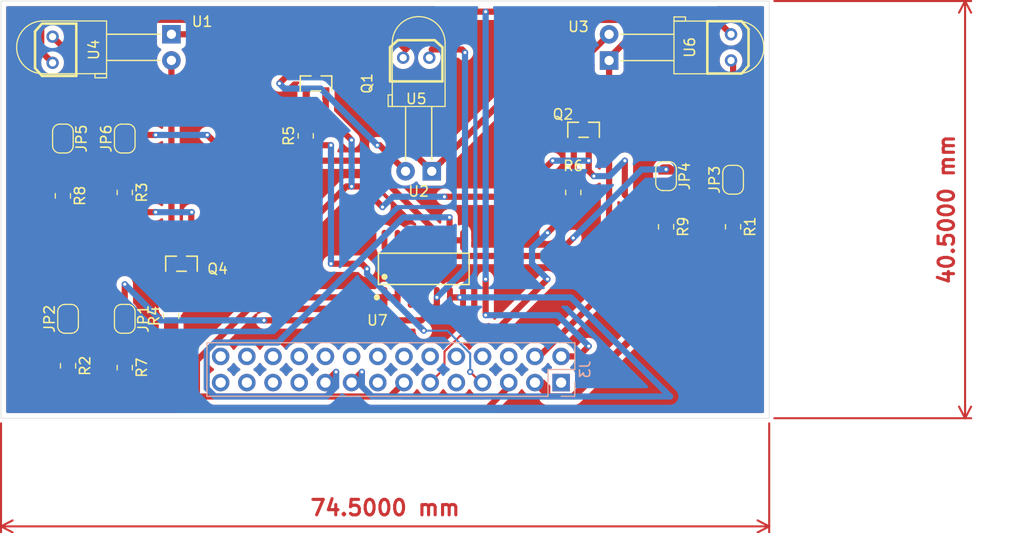
<source format=kicad_pcb>
(kicad_pcb (version 20240108) (generator "pcbnew") (generator_version "8.0")
  (layers (0 "F.Cu" signal) (31 "B.Cu" signal) (34 "B.Paste" user) (35 "F.Paste" user) (36 "B.SilkS" user "B.Silkscreen") (37 "F.SilkS" user "F.Silkscreen") (38 "B.Mask" user) (39 "F.Mask" user) (44 "Edge.Cuts" user))
  (net 0 "")
  (net 1 "PA3")
  (net 2 "Batt")
  (net 3 "GND")
  (net 12 "PA6")
  (net 17 "3V3")
  (net 19 "PA4")
  (net 20 "PA7")
  (net 21 "PC4")
  (net 26 "PA5")
  (net 29 "Net-(JP1-B)")
  (net 30 "RIGHT")
  (net 31 "Net-(JP2-A)")
  (net 32 "LEFT")
  (net 33 "Net-(JP3-A)")
  (net 34 "Net-(JP4-B)")
  (net 35 "Net-(JP5-B)")
  (net 36 "FRONT")
  (net 37 "Net-(JP6-A)")
  (net 38 "Net-(Q1-C)")
  (net 39 "Net-(Q1-B)")
  (net 40 "Net-(Q2-C)")
  (net 41 "Net-(Q2-B)")
  (net 42 "Net-(Q4-B)")
  (net 43 "Net-(Q4-C)")
  (footprint "Transistor_Power_Module:SOT-23-3_L2.9-W1.3-P1.90-LS2.4-BR" (layer "F.Cu") (at 130 88 -90)
    (property "Reference" "Q4" (at 0.5 -3.5 180) (layer "F.SilkS"))
    (property "Value" "MMBT2222A_C8512")
    (pad "1" smd rect (at 1 0.95 270) (size 1.25 0.7) (layers "F.Cu" "F.Paste" "F.Mask") (net 42 "Net-(Q4-B)"))
    (pad "2" smd rect (at 1 -0.95 270) (size 1.25 0.7) (layers "F.Cu" "F.Paste" "F.Mask") (net 3 "GND"))
    (pad "3" smd rect (at -1 0 270) (size 1.25 0.7) (layers "F.Cu" "F.Paste" "F.Mask") (net 43 "Net-(Q4-C)"))
  )
  (footprint "Resistor_SMD:R_0805_2012Metric" (layer "F.Cu") (at 183.5 84.4125 -90)
    (property "Reference" "R1" (at 0 -1.65 90) (layer "F.SilkS"))
    (property "Value" "1M")
    (pad "1" smd roundrect (at -0.9125 0 270) (size 1.025 1.4) (layers "F.Cu" "F.Paste" "F.Mask") (roundrect_rratio 0.243902439) (net 33 "Net-(JP3-A)"))
    (pad "2" smd roundrect (at 0.9125 0 270) (size 1.025 1.4) (layers "F.Cu" "F.Paste" "F.Mask") (roundrect_rratio 0.243902439) (net 3 "GND"))
  )
  (footprint "Resistor_SMD:R_0805_2012Metric" (layer "F.Cu") (at 124.5 98.0875 -90)
    (property "Reference" "R7" (at 0 -1.65 90) (layer "F.SilkS"))
    (property "Value" "2.2M")
    (pad "1" smd roundrect (at -0.9125 0 270) (size 1.025 1.4) (layers "F.Cu" "F.Paste" "F.Mask") (roundrect_rratio 0.243902439) (net 29 "Net-(JP1-B)"))
    (pad "2" smd roundrect (at 0.9125 0 270) (size 1.025 1.4) (layers "F.Cu" "F.Paste" "F.Mask") (roundrect_rratio 0.243902439) (net 3 "GND"))
  )
  (footprint "LED_THT:LED_D5.0mm_Horizontal_O6.35mm_Z15.0mm" (layer "F.Cu") (at 129.025 65.725 -90)
    (property "Reference" "U1" (at -1.225 -2.975 180) (layer "F.SilkS"))
    (property "Value" "SFH 4544")
    (pad "1" thru_hole rect (at 0 0 270) (size 1.8 1.8) (drill 0.9) (layers "*.Cu" "*.Mask") (net 2 "Batt"))
    (pad "2" thru_hole circle (at 2.54 0 270) (size 1.8 1.8) (drill 0.9) (layers "*.Cu" "*.Mask") (net 43 "Net-(Q4-C)"))
  )
  (footprint "Transistor_Power_Module:SOT-23-3_L2.9-W1.3-P1.90-LS2.4-BR" (layer "F.Cu") (at 143.05 70.5 -90)
    (property "Reference" "Q1" (at 0 -4.95 90) (layer "F.SilkS"))
    (property "Value" "MMBT2222A_C8512")
    (pad "1" smd rect (at 1 0.95 270) (size 1.25 0.7) (layers "F.Cu" "F.Paste" "F.Mask") (net 39 "Net-(Q1-B)"))
    (pad "2" smd rect (at 1 -0.95 270) (size 1.25 0.7) (layers "F.Cu" "F.Paste" "F.Mask") (net 3 "GND"))
    (pad "3" smd rect (at -1 0 270) (size 1.25 0.7) (layers "F.Cu" "F.Paste" "F.Mask") (net 38 "Net-(Q1-C)"))
  )
  (footprint "Resistor_SMD:R_0805_2012Metric" (layer "F.Cu") (at 177 84.4125 -90)
    (property "Reference" "R9" (at 0 -1.65 90) (layer "F.SilkS"))
    (property "Value" "2.2M")
    (pad "1" smd roundrect (at -0.9125 0 270) (size 1.025 1.4) (layers "F.Cu" "F.Paste" "F.Mask") (roundrect_rratio 0.243902439) (net 34 "Net-(JP4-B)"))
    (pad "2" smd roundrect (at 0.9125 0 270) (size 1.025 1.4) (layers "F.Cu" "F.Paste" "F.Mask") (roundrect_rratio 0.243902439) (net 3 "GND"))
  )
  (footprint "Resistor_SMD:R_0805_2012Metric" (layer "F.Cu") (at 168 81.0875 90)
    (property "Reference" "R6" (at 2.5875 0 0) (layer "F.SilkS"))
    (property "Value" "6.8k")
    (pad "1" smd roundrect (at -0.9125 0 90) (size 1.025 1.4) (layers "F.Cu" "F.Paste" "F.Mask") (roundrect_rratio 0.243902439) (net 26 "PA5"))
    (pad "2" smd roundrect (at 0.9125 0 90) (size 1.025 1.4) (layers "F.Cu" "F.Paste" "F.Mask") (roundrect_rratio 0.243902439) (net 41 "Net-(Q2-B)"))
  )
  (footprint "Sensor:SENSOR-TH_BPW41N" (layer "F.Cu") (at 152.77 67.8 180)
    (property "Reference" "U5" (at 0 -4.2 180) (layer "F.SilkS"))
    (property "Value" "BPW41N")
    (pad "1" thru_hole circle (at -1.27 -0.2 180) (size 1.2 1.2) (drill 0.700024) (layers "*.Cu" "*.Mask") (net 30 "RIGHT"))
    (pad "2" thru_hole circle (at 1.27 -0.2 180) (size 1.2 1.2) (drill 0.700024) (layers "*.Cu" "*.Mask") (net 17 "3V3"))
  )
  (footprint "Resistor_SMD:R_0805_2012Metric" (layer "F.Cu") (at 119 97.9125 -90)
    (property "Reference" "R2" (at 0 -1.65 90) (layer "F.SilkS"))
    (property "Value" "1M")
    (pad "1" smd roundrect (at -0.9125 0 270) (size 1.025 1.4) (layers "F.Cu" "F.Paste" "F.Mask") (roundrect_rratio 0.243902439) (net 31 "Net-(JP2-A)"))
    (pad "2" smd roundrect (at 0.9125 0 270) (size 1.025 1.4) (layers "F.Cu" "F.Paste" "F.Mask") (roundrect_rratio 0.243902439) (net 3 "GND"))
  )
  (footprint "Resistor_SMD:R_0805_2012Metric" (layer "F.Cu") (at 129 93.0875 90)
    (property "Reference" "R4" (at 0 -1.65 -90) (layer "F.SilkS"))
    (property "Value" "6.8k")
    (pad "1" smd roundrect (at -0.9125 0 90) (size 1.025 1.4) (layers "F.Cu" "F.Paste" "F.Mask") (roundrect_rratio 0.243902439) (net 1 "PA3"))
    (pad "2" smd roundrect (at 0.9125 0 90) (size 1.025 1.4) (layers "F.Cu" "F.Paste" "F.Mask") (roundrect_rratio 0.243902439) (net 42 "Net-(Q4-B)"))
  )
  (footprint "Resistor_SMD:R_0805_2012Metric" (layer "F.Cu") (at 142.05 75.5875 90)
    (property "Reference" "R5" (at 0 -1.65 -90) (layer "F.SilkS"))
    (property "Value" "6.8k")
    (pad "1" smd roundrect (at -0.9125 0 90) (size 1.025 1.4) (layers "F.Cu" "F.Paste" "F.Mask") (roundrect_rratio 0.243902439) (net 19 "PA4"))
    (pad "2" smd roundrect (at 0.9125 0 90) (size 1.025 1.4) (layers "F.Cu" "F.Paste" "F.Mask") (roundrect_rratio 0.243902439) (net 39 "Net-(Q1-B)"))
  )
  (footprint "Transistor_Power_Module:SOT-23-3_L2.9-W1.3-P1.90-LS2.4-BR" (layer "F.Cu") (at 169 75 -90)
    (property "Reference" "Q2" (at -1.5 2 180) (layer "F.SilkS"))
    (property "Value" "MMBT2222A_C8512")
    (pad "1" smd rect (at 1 0.95 270) (size 1.25 0.7) (layers "F.Cu" "F.Paste" "F.Mask") (net 41 "Net-(Q2-B)"))
    (pad "2" smd rect (at 1 -0.95 270) (size 1.25 0.7) (layers "F.Cu" "F.Paste" "F.Mask") (net 3 "GND"))
    (pad "3" smd rect (at -1 0 270) (size 1.25 0.7) (layers "F.Cu" "F.Paste" "F.Mask") (net 40 "Net-(Q2-C)"))
  )
  (footprint "Sensor:SENSOR-TH_BPW41N" (layer "F.Cu") (at 183.5 67 90)
    (property "Reference" "U6" (at 0 -4.2 -90) (layer "F.SilkS"))
    (property "Value" "BPW41N")
    (pad "1" thru_hole circle (at -1.27 -0.2 90) (size 1.2 1.2) (drill 0.700024) (layers "*.Cu" "*.Mask") (net 32 "LEFT"))
    (pad "2" thru_hole circle (at 1.27 -0.2 90) (size 1.2 1.2) (drill 0.700024) (layers "*.Cu" "*.Mask") (net 17 "3V3"))
  )
  (footprint "LED_THT:LED_D5.0mm_Horizontal_O6.35mm_Z15.0mm" (layer "F.Cu") (at 154.275 79.025 180)
    (property "Reference" "U2" (at 1.27 -1.96 180) (layer "F.SilkS"))
    (property "Value" "SFH 4544")
    (pad "1" thru_hole rect (at 0 0 180) (size 1.8 1.8) (drill 0.9) (layers "*.Cu" "*.Mask") (net 2 "Batt"))
    (pad "2" thru_hole circle (at 2.54 0 180) (size 1.8 1.8) (drill 0.9) (layers "*.Cu" "*.Mask") (net 38 "Net-(Q1-C)"))
  )
  (footprint "Jumper:SolderJumper-2_P1.3mm_Open_RoundedPad1.0x1.5mm" (layer "F.Cu") (at 177 79.5 -90)
    (property "Reference" "JP4" (at 0 -1.8 -90) (layer "F.SilkS"))
    (property "Value" "Jumper_2_Open")
    (pad "1" smd custom (at -0.65 0 270) (size 1 0.5) (layers "F.Cu" "F.Mask") (net 32 "LEFT") (options (clearance outline) (anchor rect)) (primitives (gr_circle (center 0 0.25) (end 0.5 0.25) (width 0) (fill yes)) (gr_circle (center 0 -0.25) (end 0.5 -0.25) (width 0) (fill yes)) (gr_poly (pts (xy 0.5 0.75) (xy 0 0.75) (xy 0 -0.75) (xy 0.5 -0.75)) (width 0) (fill yes))))
    (pad "2" smd custom (at 0.65 0 270) (size 1 0.5) (layers "F.Cu" "F.Mask") (net 34 "Net-(JP4-B)") (options (clearance outline) (anchor rect)) (primitives (gr_circle (center 0 0.25) (end 0.5 0.25) (width 0) (fill yes)) (gr_circle (center 0 -0.25) (end 0.5 -0.25) (width 0) (fill yes)) (gr_poly (pts (xy 0 0.75) (xy -0.5 0.75) (xy -0.5 -0.75) (xy 0 -0.75)) (width 0) (fill yes))))
  )
  (footprint "Resistor_SMD:R_0805_2012Metric" (layer "F.Cu") (at 124.5 81.0875 -90)
    (property "Reference" "R3" (at 0 -1.65 90) (layer "F.SilkS"))
    (property "Value" "1M")
    (pad "1" smd roundrect (at -0.9125 0 270) (size 1.025 1.4) (layers "F.Cu" "F.Paste" "F.Mask") (roundrect_rratio 0.243902439) (net 37 "Net-(JP6-A)"))
    (pad "2" smd roundrect (at 0.9125 0 270) (size 1.025 1.4) (layers "F.Cu" "F.Paste" "F.Mask") (roundrect_rratio 0.243902439) (net 3 "GND"))
  )
  (footprint "Jumper:SolderJumper-2_P1.3mm_Open_RoundedPad1.0x1.5mm" (layer "F.Cu") (at 118.5 75.85 -90)
    (property "Reference" "JP5" (at 0 -1.8 -90) (layer "F.SilkS"))
    (property "Value" "Jumper_2_Open")
    (pad "1" smd custom (at -0.65 0 270) (size 1 0.5) (layers "F.Cu" "F.Mask") (net 36 "FRONT") (options (clearance outline) (anchor rect)) (primitives (gr_circle (center 0 0.25) (end 0.5 0.25) (width 0) (fill yes)) (gr_circle (center 0 -0.25) (end 0.5 -0.25) (width 0) (fill yes)) (gr_poly (pts (xy 0.5 0.75) (xy 0 0.75) (xy 0 -0.75) (xy 0.5 -0.75)) (width 0) (fill yes))))
    (pad "2" smd custom (at 0.65 0 270) (size 1 0.5) (layers "F.Cu" "F.Mask") (net 35 "Net-(JP5-B)") (options (clearance outline) (anchor rect)) (primitives (gr_circle (center 0 0.25) (end 0.5 0.25) (width 0) (fill yes)) (gr_circle (center 0 -0.25) (end 0.5 -0.25) (width 0) (fill yes)) (gr_poly (pts (xy 0 0.75) (xy -0.5 0.75) (xy -0.5 -0.75) (xy 0 -0.75)) (width 0) (fill yes))))
  )
  (footprint "Resistor_SMD:R_0805_2012Metric" (layer "F.Cu") (at 118.5 81.4125 -90)
    (property "Reference" "R8" (at 0 -1.65 90) (layer "F.SilkS"))
    (property "Value" "2.2M")
    (pad "1" smd roundrect (at -0.9125 0 270) (size 1.025 1.4) (layers "F.Cu" "F.Paste" "F.Mask") (roundrect_rratio 0.243902439) (net 35 "Net-(JP5-B)"))
    (pad "2" smd roundrect (at 0.9125 0 270) (size 1.025 1.4) (layers "F.Cu" "F.Paste" "F.Mask") (roundrect_rratio 0.243902439) (net 3 "GND"))
  )
  (footprint "LED_THT:LED_D5.0mm_Horizontal_O6.35mm_Z15.0mm" (layer "F.Cu") (at 171.475 68.275 90)
    (property "Reference" "U3" (at 3.275 -2.975 0) (layer "F.SilkS"))
    (property "Value" "SFH 4544")
    (pad "1" thru_hole rect (at 0 0 90) (size 1.8 1.8) (drill 0.9) (layers "*.Cu" "*.Mask") (net 2 "Batt"))
    (pad "2" thru_hole circle (at 2.54 0 90) (size 1.8 1.8) (drill 0.9) (layers "*.Cu" "*.Mask") (net 40 "Net-(Q2-C)"))
  )
  (footprint "Jumper:SolderJumper-2_P1.3mm_Open_RoundedPad1.0x1.5mm" (layer "F.Cu") (at 119 93.35 90)
    (property "Reference" "JP2" (at 0 -1.8 90) (layer "F.SilkS"))
    (property "Value" "Jumper_2_Open")
    (pad "1" smd custom (at -0.65 0 90) (size 1 0.5) (layers "F.Cu" "F.Mask") (net 31 "Net-(JP2-A)") (options (clearance outline) (anchor rect)) (primitives (gr_circle (center 0 0.25) (end 0.5 0.25) (width 0) (fill yes)) (gr_circle (center 0 -0.25) (end 0.5 -0.25) (width 0) (fill yes)) (gr_poly (pts (xy 0.5 0.75) (xy 0 0.75) (xy 0 -0.75) (xy 0.5 -0.75)) (width 0) (fill yes))))
    (pad "2" smd custom (at 0.65 0 90) (size 1 0.5) (layers "F.Cu" "F.Mask") (net 30 "RIGHT") (options (clearance outline) (anchor rect)) (primitives (gr_circle (center 0 0.25) (end 0.5 0.25) (width 0) (fill yes)) (gr_circle (center 0 -0.25) (end 0.5 -0.25) (width 0) (fill yes)) (gr_poly (pts (xy 0 0.75) (xy -0.5 0.75) (xy -0.5 -0.75) (xy 0 -0.75)) (width 0) (fill yes))))
  )
  (footprint "Library:SOIC-14_L8.7-W3.9-P1.27-LS6.0-BL" (layer "F.Cu") (at 153.5 88.5)
    (property "Reference" "U7" (at -4.5 5 0) (layer "F.SilkS"))
    (property "Value" "LM324DT")
    (pad "1" smd oval (at -3.81 2.77) (size 0.57 2.04) (layers "F.Cu" "F.Paste" "F.Mask") (net 12 "PA6"))
    (pad "2" smd oval (at -2.54 2.77) (size 0.57 2.04) (layers "F.Cu" "F.Paste" "F.Mask") (net 12 "PA6"))
    (pad "3" smd oval (at -1.27 2.77) (size 0.57 2.04) (layers "F.Cu" "F.Paste" "F.Mask") (net 32 "LEFT"))
    (pad "4" smd oval (at 0 2.77) (size 0.57 2.04) (layers "F.Cu" "F.Paste" "F.Mask"))
    (pad "5" smd oval (at 1.27 2.77) (size 0.57 2.04) (layers "F.Cu" "F.Paste" "F.Mask") (net 30 "RIGHT"))
    (pad "6" smd oval (at 2.54 2.77) (size 0.57 2.04) (layers "F.Cu" "F.Paste" "F.Mask") (net 20 "PA7"))
    (pad "7" smd oval (at 3.81 2.77) (size 0.57 2.04) (layers "F.Cu" "F.Paste" "F.Mask") (net 20 "PA7"))
    (pad "8" smd oval (at 3.81 -2.77) (size 0.57 2.04) (layers "F.Cu" "F.Paste" "F.Mask") (net 21 "PC4"))
    (pad "9" smd oval (at 2.54 -2.77) (size 0.57 2.04) (layers "F.Cu" "F.Paste" "F.Mask") (net 21 "PC4"))
    (pad "10" smd oval (at 1.27 -2.77) (size 0.57 2.04) (layers "F.Cu" "F.Paste" "F.Mask") (net 36 "FRONT"))
    (pad "11" smd oval (at 0 -2.77) (size 0.57 2.04) (layers "F.Cu" "F.Paste" "F.Mask"))
    (pad "12" smd oval (at -1.27 -2.77) (size 0.57 2.04) (layers "F.Cu" "F.Paste" "F.Mask"))
    (pad "13" smd oval (at -2.54 -2.77) (size 0.57 2.04) (layers "F.Cu" "F.Paste" "F.Mask"))
    (pad "14" smd oval (at -3.81 -2.77) (size 0.57 2.04) (layers "F.Cu" "F.Paste" "F.Mask"))
  )
  (footprint "Jumper:SolderJumper-2_P1.3mm_Open_RoundedPad1.0x1.5mm" (layer "F.Cu") (at 183.5 79.85 90)
    (property "Reference" "JP3" (at 0 -1.8 90) (layer "F.SilkS"))
    (property "Value" "Jumper_2_Open")
    (pad "1" smd custom (at -0.65 0 90) (size 1 0.5) (layers "F.Cu" "F.Mask") (net 33 "Net-(JP3-A)") (options (clearance outline) (anchor rect)) (primitives (gr_circle (center 0 0.25) (end 0.5 0.25) (width 0) (fill yes)) (gr_circle (center 0 -0.25) (end 0.5 -0.25) (width 0) (fill yes)) (gr_poly (pts (xy 0.5 0.75) (xy 0 0.75) (xy 0 -0.75) (xy 0.5 -0.75)) (width 0) (fill yes))))
    (pad "2" smd custom (at 0.65 0 90) (size 1 0.5) (layers "F.Cu" "F.Mask") (net 32 "LEFT") (options (clearance outline) (anchor rect)) (primitives (gr_circle (center 0 0.25) (end 0.5 0.25) (width 0) (fill yes)) (gr_circle (center 0 -0.25) (end 0.5 -0.25) (width 0) (fill yes)) (gr_poly (pts (xy 0 0.75) (xy -0.5 0.75) (xy -0.5 -0.75) (xy 0 -0.75)) (width 0) (fill yes))))
  )
  (footprint "Jumper:SolderJumper-2_P1.3mm_Open_RoundedPad1.0x1.5mm" (layer "F.Cu") (at 124.5 75.85 90)
    (property "Reference" "JP6" (at 0 -1.8 90) (layer "F.SilkS"))
    (property "Value" "Jumper_2_Open")
    (pad "1" smd custom (at -0.65 0 90) (size 1 0.5) (layers "F.Cu" "F.Mask") (net 37 "Net-(JP6-A)") (options (clearance outline) (anchor rect)) (primitives (gr_circle (center 0 0.25) (end 0.5 0.25) (width 0) (fill yes)) (gr_circle (center 0 -0.25) (end 0.5 -0.25) (width 0) (fill yes)) (gr_poly (pts (xy 0.5 0.75) (xy 0 0.75) (xy 0 -0.75) (xy 0.5 -0.75)) (width 0) (fill yes))))
    (pad "2" smd custom (at 0.65 0 90) (size 1 0.5) (layers "F.Cu" "F.Mask") (net 36 "FRONT") (options (clearance outline) (anchor rect)) (primitives (gr_circle (center 0 0.25) (end 0.5 0.25) (width 0) (fill yes)) (gr_circle (center 0 -0.25) (end 0.5 -0.25) (width 0) (fill yes)) (gr_poly (pts (xy 0 0.75) (xy -0.5 0.75) (xy -0.5 -0.75) (xy 0 -0.75)) (width 0) (fill yes))))
  )
  (footprint "Sensor:SENSOR-TH_BPW41N" (layer "F.Cu") (at 117.3 67.23 -90)
    (property "Reference" "U4" (at 0 -4.2 90) (layer "F.SilkS"))
    (property "Value" "BPW41N")
    (pad "1" thru_hole circle (at -1.27 -0.2 270) (size 1.2 1.2) (drill 0.700024) (layers "*.Cu" "*.Mask") (net 36 "FRONT"))
    (pad "2" thru_hole circle (at 1.27 -0.2 270) (size 1.2 1.2) (drill 0.700024) (layers "*.Cu" "*.Mask") (net 17 "3V3"))
  )
  (footprint "Jumper:SolderJumper-2_P1.3mm_Open_RoundedPad1.0x1.5mm" (layer "F.Cu") (at 124.5 93.35 -90)
    (property "Reference" "JP1" (at 0 -1.8 -90) (layer "F.SilkS"))
    (property "Value" "Jumper_2_Open")
    (pad "1" smd custom (at -0.65 0 270) (size 1 0.5) (layers "F.Cu" "F.Mask") (net 30 "RIGHT") (options (clearance outline) (anchor rect)) (primitives (gr_circle (center 0 0.25) (end 0.5 0.25) (width 0) (fill yes)) (gr_circle (center 0 -0.25) (end 0.5 -0.25) (width 0) (fill yes)) (gr_poly (pts (xy 0.5 0.75) (xy 0 0.75) (xy 0 -0.75) (xy 0.5 -0.75)) (width 0) (fill yes))))
    (pad "2" smd custom (at 0.65 0 270) (size 1 0.5) (layers "F.Cu" "F.Mask") (net 29 "Net-(JP1-B)") (options (clearance outline) (anchor rect)) (primitives (gr_circle (center 0 0.25) (end 0.5 0.25) (width 0) (fill yes)) (gr_circle (center 0 -0.25) (end 0.5 -0.25) (width 0) (fill yes)) (gr_poly (pts (xy 0 0.75) (xy -0.5 0.75) (xy -0.5 -0.75) (xy 0 -0.75)) (width 0) (fill yes))))
  )
  (footprint "Connector_PinHeader_2.54mm:PinHeader_2x14_P2.54mm_Vertical" (layer "B.Cu") (at 166.82 99.54 90)
    (property "Reference" "J3" (at 1.27 2.33 -90) (layer "B.SilkS") (effects (justify mirror)))
    (property "Value" "Conn_02x14_Odd_Even")
    (pad "1" thru_hole rect (at 0 0 90) (size 1.7 1.7) (drill 1) (layers "*.Cu" "*.Mask"))
    (pad "2" thru_hole oval (at 2.54 0 90) (size 1.7 1.7) (drill 1) (layers "*.Cu" "*.Mask") (net 17 "3V3"))
    (pad "3" thru_hole oval (at 0 -2.54 90) (size 1.7 1.7) (drill 1) (layers "*.Cu" "*.Mask") (net 3 "GND"))
    (pad "4" thru_hole oval (at 2.54 -2.54 90) (size 1.7 1.7) (drill 1) (layers "*.Cu" "*.Mask") (net 2 "Batt"))
    (pad "5" thru_hole oval (at 0 -5.08 90) (size 1.7 1.7) (drill 1) (layers "*.Cu" "*.Mask") (net 1 "PA3"))
    (pad "6" thru_hole oval (at 2.54 -5.08 90) (size 1.7 1.7) (drill 1) (layers "*.Cu" "*.Mask"))
    (pad "7" thru_hole oval (at 0 -7.62 90) (size 1.7 1.7) (drill 1) (layers "*.Cu" "*.Mask") (net 19 "PA4"))
    (pad "8" thru_hole oval (at 2.54 -7.62 90) (size 1.7 1.7) (drill 1) (layers "*.Cu" "*.Mask"))
    (pad "9" thru_hole oval (at 0 -10.16 90) (size 1.7 1.7) (drill 1) (layers "*.Cu" "*.Mask"))
    (pad "10" thru_hole oval (at 2.54 -10.16 90) (size 1.7 1.7) (drill 1) (layers "*.Cu" "*.Mask"))
    (pad "11" thru_hole oval (at 0 -12.7 90) (size 1.7 1.7) (drill 1) (layers "*.Cu" "*.Mask") (net 26 "PA5"))
    (pad "12" thru_hole oval (at 2.54 -12.7 90) (size 1.7 1.7) (drill 1) (layers "*.Cu" "*.Mask"))
    (pad "13" thru_hole oval (at 0 -15.24 90) (size 1.7 1.7) (drill 1) (layers "*.Cu" "*.Mask") (net 12 "PA6"))
    (pad "14" thru_hole oval (at 2.54 -15.24 90) (size 1.7 1.7) (drill 1) (layers "*.Cu" "*.Mask"))
    (pad "15" thru_hole oval (at 0 -17.78 90) (size 1.7 1.7) (drill 1) (layers "*.Cu" "*.Mask"))
    (pad "16" thru_hole oval (at 2.54 -17.78 90) (size 1.7 1.7) (drill 1) (layers "*.Cu" "*.Mask"))
    (pad "17" thru_hole oval (at 0 -20.32 90) (size 1.7 1.7) (drill 1) (layers "*.Cu" "*.Mask") (net 20 "PA7"))
    (pad "18" thru_hole oval (at 2.54 -20.32 90) (size 1.7 1.7) (drill 1) (layers "*.Cu" "*.Mask"))
    (pad "19" thru_hole oval (at 0 -22.86 90) (size 1.7 1.7) (drill 1) (layers "*.Cu" "*.Mask") (net 21 "PC4"))
    (pad "20" thru_hole oval (at 2.54 -22.86 90) (size 1.7 1.7) (drill 1) (layers "*.Cu" "*.Mask"))
    (pad "21" thru_hole oval (at 0 -25.4 90) (size 1.7 1.7) (drill 1) (layers "*.Cu" "*.Mask"))
    (pad "22" thru_hole oval (at 2.54 -25.4 90) (size 1.7 1.7) (drill 1) (layers "*.Cu" "*.Mask"))
    (pad "23" thru_hole oval (at 0 -27.94 90) (size 1.7 1.7) (drill 1) (layers "*.Cu" "*.Mask"))
    (pad "24" thru_hole oval (at 2.54 -27.94 90) (size 1.7 1.7) (drill 1) (layers "*.Cu" "*.Mask"))
    (pad "25" thru_hole oval (at 0 -30.48 90) (size 1.7 1.7) (drill 1) (layers "*.Cu" "*.Mask"))
    (pad "26" thru_hole oval (at 2.54 -30.48 90) (size 1.7 1.7) (drill 1) (layers "*.Cu" "*.Mask"))
    (pad "27" thru_hole oval (at 0 -33.02 90) (size 1.7 1.7) (drill 1) (layers "*.Cu" "*.Mask"))
    (pad "28" thru_hole oval (at 2.54 -33.02 90) (size 1.7 1.7) (drill 1) (layers "*.Cu" "*.Mask"))
  )
  (gr_rect (start 112.5 62.5) (end 187 103) (stroke (width 0.05)) (fill none) (layer "Edge.Cuts"))
  (dimension (type aligned) (layer "F.Cu") (pts (xy 112.5 103) (xy 187 103)) (height 10.5) (gr_text "74.5000 mm" (at 149.75 111.7 0) (layer "F.Cu") (effects (font (size 1.5 1.5) (thickness 0.3)))) (format (prefix "") (suffix "") (units 3) (units_format 1) (precision 4)) (style (thickness 0.2) (arrow_length 1.27) (text_position_mode 0) (extension_height 0.58642) (extension_offset 0.5) keep_text_aligned))
  (dimension (type aligned) (layer "F.Cu") (pts (xy 187 62.5) (xy 187 103)) (height -19) (gr_text "40.5000 mm" (at 204.2 82.75 90) (layer "F.Cu") (effects (font (size 1.5 1.5) (thickness 0.3)))) (format (prefix "") (suffix "") (units 3) (units_format 1) (precision 4)) (style (thickness 0.2) (arrow_length 1.27) (text_position_mode 0) (extension_height 0.58642) (extension_offset 0.5) keep_text_aligned))
  (segment (start 159.7 102) (end 130.5 102) (width 0.6) (layer "F.Cu") (net 1))
  (segment (start 129 100.5) (end 129 94) (width 0.6) (layer "F.Cu") (net 1))
  (segment (start 161.7 100) (end 159.7 102) (width 0.6) (layer "F.Cu") (net 1))
  (segment (start 130.5 102) (end 129 100.5) (width 0.6) (layer "F.Cu") (net 1))
  (segment (start 174.5 65) (end 171.475 68.025) (width 0.6) (layer "F.Cu") (net 2))
  (segment (start 129.025 65.725) (end 140.975 65.725) (width 0.6) (layer "F.Cu") (net 2))
  (segment (start 171.475 68.275) (end 171.475 90.225) (width 0.6) (layer "F.Cu") (net 2))
  (segment (start 171.475 90.225) (end 164.24 97.46) (width 0.6) (layer "F.Cu") (net 2))
  (segment (start 168.965 64.335) (end 173.835 64.335) (width 0.6) (layer "F.Cu") (net 2))
  (segment (start 173.835 64.335) (end 174.5 65) (width 0.6) (layer "F.Cu") (net 2))
  (segment (start 171.475 68.025) (end 171.475 68.275) (width 0.6) (layer "F.Cu") (net 2))
  (segment (start 154.275 79.025) (end 168.965 64.335) (width 0.6) (layer "F.Cu") (net 2))
  (segment (start 140.975 65.725) (end 154.275 79.025) (width 0.6) (layer "F.Cu") (net 2))
  (segment (start 115.675 98.825) (end 119 98.825) (width 0.6) (layer "F.Cu") (net 3))
  (segment (start 169.5 76.45) (end 169.95 76) (width 0.6) (layer "F.Cu") (net 3))
  (segment (start 146.5 80.5) (end 147.5 80.5) (width 0.6) (layer "F.Cu") (net 3))
  (segment (start 124.5 99) (end 119.175 99) (width 0.6) (layer "F.Cu") (net 3))
  (segment (start 164.28 99.54) (end 165.63 100.89) (width 0.6) (layer "F.Cu") (net 3))
  (segment (start 165.63 100.89) (end 167.935 100.89) (width 0.6) (layer "F.Cu") (net 3))
  (segment (start 137.5 89) (end 130.95 89) (width 0.6) (layer "F.Cu") (net 3))
  (segment (start 169.5 78) (end 169.5 79) (width 0.6) (layer "F.Cu") (net 3))
  (segment (start 115.5 84.5) (end 115.5 99) (width 0.6) (layer "F.Cu") (net 3))
  (segment (start 124.5 82) (end 124 82) (width 0.6) (layer "F.Cu") (net 3))
  (segment (start 116.925 83.075) (end 115.5 84.5) (width 0.6) (layer "F.Cu") (net 3))
  (segment (start 146 80.5) (end 137.5 89) (width 0.6) (layer "F.Cu") (net 3))
  (segment (start 169.5 79) (end 170 79.5) (width 0.6) (layer "F.Cu") (net 3))
  (segment (start 144 73.5) (end 146.5 76) (width 0.6) (layer "F.Cu") (net 3))
  (segment (start 177 92) (end 177 85.325) (width 0.6) (layer "F.Cu") (net 3))
  (segment (start 115.5 99) (end 115.675 98.825) (width 0.6) (layer "F.Cu") (net 3))
  (segment (start 162.5 81.5) (end 166 78) (width 0.6) (layer "F.Cu") (net 3))
  (segment (start 146.5 80.5) (end 146 80.5) (width 0.6) (layer "F.Cu") (net 3))
  (segment (start 169.5 78) (end 169.5 76.45) (width 0.6) (layer "F.Cu") (net 3))
  (segment (start 144 71.5) (end 144 73.5) (width 0.6) (layer "F.Cu") (net 3))
  (segment (start 117.75 83.075) (end 116.925 83.075) (width 0.6) (layer "F.Cu") (net 3))
  (segment (start 168.11 100.89) (end 177 92) (width 0.6) (layer "F.Cu") (net 3))
  (segment (start 164.28 99.54) (end 165.04 99.54) (width 0.6) (layer "F.Cu") (net 3))
  (segment (start 130.95 89) (end 130.95 83.05) (width 0.6) (layer "F.Cu") (net 3))
  (segment (start 165.47 100.89) (end 168.11 100.89) (width 0.6) (layer "F.Cu") (net 3))
  (segment (start 167.935 100.89) (end 183.5 85.325) (width 0.6) (layer "F.Cu") (net 3))
  (segment (start 147.5 80.5) (end 149.5 82.5) (width 0.6) (layer "F.Cu") (net 3))
  (segment (start 173 81.325) (end 177 85.325) (width 0.6) (layer "F.Cu") (net 3))
  (segment (start 165.47 99.97) (end 165.47 100.89) (width 0.6) (layer "F.Cu") (net 3))
  (segment (start 119.175 99) (end 119 98.825) (width 0.6) (layer "F.Cu") (net 3))
  (segment (start 165.04 99.54) (end 165.47 99.97) (width 0.6) (layer "F.Cu") (net 3))
  (segment (start 155.5 81.5) (end 162.5 81.5) (width 0.6) (layer "F.Cu") (net 3))
  (segment (start 118.5 82.325) (end 117.75 83.075) (width 0.6) (layer "F.Cu") (net 3))
  (segment (start 123.675 82.325) (end 118.5 82.325) (width 0.6) (layer "F.Cu") (net 3))
  (segment (start 124 82) (end 123.675 82.325) (width 0.6) (layer "F.Cu") (net 3))
  (segment (start 130.95 83.05) (end 131 83) (width 0.6) (layer "F.Cu") (net 3))
  (segment (start 173 78) (end 173 81.325) (width 0.6) (layer "F.Cu") (net 3))
  (segment (start 125.5 83) (end 124.5 82) (width 0.6) (layer "F.Cu") (net 3))
  (segment (start 127.5 83) (end 125.5 83) (width 0.6) (layer "F.Cu") (net 3))
  (via (at 146.5 76) (size 0.6) (drill 0.3) (layers "F.Cu" "B.Cu") (net 3))
  (via (at 149.5 82.5) (size 0.6) (drill 0.3) (layers "F.Cu" "B.Cu") (net 3))
  (via (at 169.5 78) (size 0.6) (drill 0.3) (layers "F.Cu" "B.Cu") (net 3))
  (via (at 131 83) (size 0.6) (drill 0.3) (layers "F.Cu" "B.Cu") (net 3))
  (via (at 146.5 80.5) (size 0.6) (drill 0.3) (layers "F.Cu" "B.Cu") (net 3))
  (via (at 166 78) (size 0.6) (drill 0.3) (layers "F.Cu" "B.Cu") (net 3))
  (via (at 170 79.5) (size 0.6) (drill 0.3) (layers "F.Cu" "B.Cu") (net 3))
  (via (at 155.5 81.5) (size 0.6) (drill 0.3) (layers "F.Cu" "B.Cu") (net 3))
  (via (at 127.5 83) (size 0.6) (drill 0.3) (layers "F.Cu" "B.Cu") (net 3))
  (via (at 173 78) (size 0.6) (drill 0.3) (layers "F.Cu" "B.Cu") (net 3))
  (segment (start 171.5 79.5) (end 173 78) (width 0.6) (layer "B.Cu") (net 3))
  (segment (start 170 79.5) (end 171.5 79.5) (width 0.6) (layer "B.Cu") (net 3))
  (segment (start 146.5 76) (end 146.5 80.5) (width 0.6) (layer "B.Cu") (net 3))
  (segment (start 131 83) (end 127.5 83) (width 0.6) (layer "B.Cu") (net 3))
  (segment (start 150.5 81.5) (end 155.5 81.5) (width 0.6) (layer "B.Cu") (net 3))
  (segment (start 166 78) (end 169.5 78) (width 0.6) (layer "B.Cu") (net 3))
  (segment (start 149.5 82.5) (end 150.5 81.5) (width 0.6) (layer "B.Cu") (net 3))
  (segment (start 131.5 97.390811) (end 131.5 100.89) (width 0.6) (layer "F.Cu") (net 12))
  (segment (start 149.69 91.27) (end 150.96 91.27) (width 0.6) (layer "F.Cu") (net 12))
  (segment (start 131.5 100.89) (end 150.23 100.89) (width 0.6) (layer "F.Cu") (net 12))
  (segment (start 150.96 91.27) (end 137.620811 91.27) (width 0.6) (layer "F.Cu") (net 12))
  (segment (start 150.23 100.89) (end 151.58 99.54) (width 0.6) (layer "F.Cu") (net 12))
  (segment (start 137.620811 91.27) (end 131.5 97.390811) (width 0.6) (layer "F.Cu") (net 12))
  (segment (start 159.5 63.535) (end 181.105 63.535) (width 0.6) (layer "F.Cu") (net 17))
  (segment (start 116.4 67.4) (end 116.4 65.1) (width 0.6) (layer "F.Cu") (net 17))
  (segment (start 159.5 93) (end 159.5 89.5) (width 0.6) (layer "F.Cu") (net 17))
  (segment (start 181.105 63.535) (end 183.3 65.73) (width 0.6) (layer "F.Cu") (net 17))
  (segment (start 155.395 63.535) (end 159.5 63.535) (width 0.6) (layer "F.Cu") (net 17))
  (segment (start 166.82 97) (end 168.5 97) (width 0.6) (layer "F.Cu") (net 17))
  (segment (start 151.73 67.2) (end 155.395 63.535) (width 0.6) (layer "F.Cu") (net 17))
  (segment (start 117.5 68.5) (end 116.4 67.4) (width 0.6) (layer "F.Cu") (net 17))
  (segment (start 117.175 64.325) (end 148.855 64.325) (width 0.6) (layer "F.Cu") (net 17))
  (segment (start 148.855 64.325) (end 151.73 67.2) (width 0.6) (layer "F.Cu") (net 17))
  (segment (start 116.4 65.1) (end 117.175 64.325) (width 0.6) (layer "F.Cu") (net 17))
  (segment (start 168.5 97) (end 169.5 96) (width 0.6) (layer "F.Cu") (net 17))
  (via (at 169.5 96) (size 0.6) (drill 0.3) (layers "F.Cu" "B.Cu") (net 17))
  (via (at 159.5 89.5) (size 0.6) (drill 0.3) (layers "F.Cu" "B.Cu") (net 17))
  (via (at 159.5 63.535) (size 0.6) (drill 0.3) (layers "F.Cu" "B.Cu") (net 17))
  (via (at 159.5 93) (size 0.6) (drill 0.3) (layers "F.Cu" "B.Cu") (net 17))
  (segment (start 166.5 93) (end 159.5 93) (width 0.6) (layer "B.Cu") (net 17))
  (segment (start 169.5 96) (end 166.5 93) (width 0.6) (layer "B.Cu") (net 17))
  (segment (start 159.5 89.5) (end 159.5 63.535) (width 0.6) (layer "B.Cu") (net 17))
  (segment (start 159.04 99.54) (end 158 98.5) (width 0.2) (layer "F.Cu") (net 19))
  (segment (start 144.5 88) (end 147.5 88) (width 0.6) (layer "F.Cu") (net 19))
  (segment (start 142.05 76.5) (end 144.5 76.5) (width 0.6) (layer "F.Cu") (net 19))
  (segment (start 147.5 88) (end 148 88.5) (width 0.6) (layer "F.Cu") (net 19))
  (segment (start 159.2 99.54) (end 159.04 99.54) (width 0.2) (layer "F.Cu") (net 19))
  (via (at 153.5 94.5) (size 0.6) (drill 0.3) (layers "F.Cu" "B.Cu") (net 19))
  (via (at 158 98.5) (size 0.6) (drill 0.3) (layers "F.Cu" "B.Cu") (net 19))
  (via (at 144.5 88) (size 0.6) (drill 0.3) (layers "F.Cu" "B.Cu") (net 19))
  (via (at 144.5 76.5) (size 0.6) (drill 0.3) (layers "F.Cu" "B.Cu") (net 19))
  (via (at 148 88.5) (size 0.6) (drill 0.3) (layers "F.Cu" "B.Cu") (net 19))
  (segment (start 155.786346 94.5) (end 158 96.713654) (width 0.2) (layer "B.Cu") (net 19))
  (segment (start 144.5 76.5) (end 144.5 88) (width 0.6) (layer "B.Cu") (net 19))
  (segment (start 158 96.713654) (end 158 98.5) (width 0.2) (layer "B.Cu") (net 19))
  (segment (start 153.5 94.5) (end 155.786346 94.5) (width 0.2) (layer "B.Cu") (net 19))
  (segment (start 148 89) (end 148 88.5) (width 0.6) (layer "B.Cu") (net 19))
  (segment (start 153.5 94.5) (end 148 89) (width 0.6) (layer "B.Cu") (net 19))
  (segment (start 157 91.27) (end 156.04 91.27) (width 0.6) (layer "F.Cu") (net 20))
  (segment (start 146.5 99.5) (end 147.5 98.5) (width 0.6) (layer "F.Cu") (net 20))
  (segment (start 146.5 99.54) (end 146.5 99.5) (width 0.6) (layer "F.Cu") (net 20))
  (segment (start 157.31 91.27) (end 157 91.27) (width 0.6) (layer "F.Cu") (net 20))
  (via (at 157 91.27) (size 0.6) (drill 0.3) (layers "F.Cu" "B.Cu") (net 20))
  (via (at 147.5 98.5) (size 0.6) (drill 0.3) (layers "F.Cu" "B.Cu") (net 20))
  (segment (start 148.480811 100.89) (end 177.39 100.89) (width 0.6) (layer "B.Cu") (net 20))
  (segment (start 167.77 91.27) (end 157 91.27) (width 0.6) (layer "B.Cu") (net 20))
  (segment (start 177.39 100.89) (end 167.77 91.27) (width 0.6) (layer "B.Cu") (net 20))
  (segment (start 147.5 98.5) (end 147.5 99.909189) (width 0.6) (layer "B.Cu") (net 20))
  (segment (start 147.5 99.909189) (end 148.480811 100.89) (width 0.6) (layer "B.Cu") (net 20))
  (segment (start 157.31 85.73) (end 156.04 85.73) (width 0.6) (layer "F.Cu") (net 21))
  (segment (start 156 85.69) (end 156.04 85.73) (width 0.6) (layer "F.Cu") (net 21))
  (segment (start 143.96 99.54) (end 145 98.5) (width 0.6) (layer "F.Cu") (net 21))
  (segment (start 156 83.5) (end 156 85.69) (width 0.6) (layer "F.Cu") (net 21))
  (via (at 145 98.5) (size 0.6) (drill 0.3) (layers "F.Cu" "B.Cu") (net 21))
  (via (at 156 83.5) (size 0.6) (drill 0.3) (layers "F.Cu" "B.Cu") (net 21))
  (segment (start 139.35 95.65) (end 151.5 83.5) (width 0.6) (layer "B.Cu") (net 21))
  (segment (start 133.240811 95.65) (end 139.35 95.65) (width 0.6) (layer "B.Cu") (net 21))
  (segment (start 145 99.949189) (end 144.059189 100.89) (width 0.6) (layer "B.Cu") (net 21))
  (segment (start 151.5 83.5) (end 156 83.5) (width 0.6) (layer "B.Cu") (net 21))
  (segment (start 144.059189 100.89) (end 133.240811 100.89) (width 0.6) (layer "B.Cu") (net 21))
  (segment (start 133.240811 100.89) (end 132.45 100.099189) (width 0.6) (layer "B.Cu") (net 21))
  (segment (start 132.45 100.099189) (end 132.45 96.440811) (width 0.6) (layer "B.Cu") (net 21))
  (segment (start 145 98.5) (end 145 99.949189) (width 0.6) (layer "B.Cu") (net 21))
  (segment (start 132.45 96.440811) (end 133.240811 95.65) (width 0.6) (layer "B.Cu") (net 21))
  (segment (start 155.51 96.523654) (end 157.033654 95) (width 0.2) (layer "F.Cu") (net 26))
  (segment (start 155.51 98.15) (end 155.51 96.523654) (width 0.2) (layer "F.Cu") (net 26))
  (segment (start 165.5 89.5) (end 160 95) (width 0.6) (layer "F.Cu") (net 26))
  (segment (start 160 95) (end 158.5 95) (width 0.6) (layer "F.Cu") (net 26))
  (segment (start 154.12 99.54) (end 155.51 98.15) (width 0.2) (layer "F.Cu") (net 26))
  (segment (start 168 82.5) (end 165.5 85) (width 0.6) (layer "F.Cu") (net 26))
  (segment (start 168 82) (end 168 82.5) (width 0.6) (layer "F.Cu") (net 26))
  (segment (start 157.033654 95) (end 158.5 95) (width 0.2) (layer "F.Cu") (net 26))
  (via (at 165.5 85) (size 0.6) (drill 0.3) (layers "F.Cu" "B.Cu") (net 26))
  (via (at 165.5 89.5) (size 0.6) (drill 0.3) (layers "F.Cu" "B.Cu") (net 26))
  (segment (start 165.5 85) (end 164 86.5) (width 0.6) (layer "B.Cu") (net 26))
  (segment (start 164 86.5) (end 164 88) (width 0.6) (layer "B.Cu") (net 26))
  (segment (start 164 88) (end 165.5 89.5) (width 0.6) (layer "B.Cu") (net 26))
  (segment (start 124.5 94) (end 124.5 97.175) (width 0.6) (layer "F.Cu") (net 29))
  (segment (start 124.5 90) (end 124.5 92.7) (width 0.6) (layer "F.Cu") (net 30))
  (segment (start 157.2 67.2) (end 157.5 67.5) (width 0.6) (layer "F.Cu") (net 30))
  (segment (start 154.77 92.005) (end 153.275 93.5) (width 0.6) (layer "F.Cu") (net 30))
  (segment (start 154.77 91.27) (end 154.77 92.005) (width 0.6) (layer "F.Cu") (net 30))
  (segment (start 119 92.7) (end 124.5 92.7) (width 0.6) (layer "F.Cu") (net 30))
  (segment (start 153.275 93.5) (end 138 93.5) (width 0.6) (layer "F.Cu") (net 30))
  (segment (start 154.27 67.2) (end 157.2 67.2) (width 0.6) (layer "F.Cu") (net 30))
  (via (at 138 93.5) (size 0.6) (drill 0.3) (layers "F.Cu" "B.Cu") (net 30))
  (via (at 124.5 90) (size 0.6) (drill 0.3) (layers "F.Cu" "B.Cu") (net 30))
  (via (at 154.77 91.27) (size 0.6) (drill 0.3) (layers "F.Cu" "B.Cu") (net 30))
  (via (at 157.5 67.5) (size 0.6) (drill 0.3) (layers "F.Cu" "B.Cu") (net 30))
  (segment (start 138 93.5) (end 128 93.5) (width 0.6) (layer "B.Cu") (net 30))
  (segment (start 157.5 67.5) (end 157.5 88.54) (width 0.6) (layer "B.Cu") (net 30))
  (segment (start 157.5 88.54) (end 154.77 91.27) (width 0.6) (layer "B.Cu") (net 30))
  (segment (start 128 93.5) (end 124.5 90) (width 0.6) (layer "B.Cu") (net 30))
  (segment (start 119 97) (end 119 94) (width 0.6) (layer "F.Cu") (net 31))
  (segment (start 183.5 74.5) (end 183.5 68.47) (width 0.6) (layer "F.Cu") (net 32))
  (segment (start 166.25 87.25) (end 168 85.5) (width 0.6) (layer "F.Cu") (net 32))
  (segment (start 183.5 68.47) (end 183.3 68.27) (width 0.6) (layer "F.Cu") (net 32))
  (segment (start 177 78.85) (end 179.15 78.85) (width 0.6) (layer "F.Cu") (net 32))
  (segment (start 183.5 79.2) (end 183.5 74.5) (width 0.6) (layer "F.Cu") (net 32))
  (segment (start 155.674842 87.25) (end 166.25 87.25) (width 0.6) (layer "F.Cu") (net 32))
  (segment (start 152.23 91.27) (end 152.23 90.694842) (width 0.6) (layer "F.Cu") (net 32))
  (segment (start 152.23 90.694842) (end 155.674842 87.25) (width 0.6) (layer "F.Cu") (net 32))
  (segment (start 179.15 78.85) (end 183.5 74.5) (width 0.6) (layer "F.Cu") (net 32))
  (via (at 168 85.5) (size 0.6) (drill 0.3) (layers "F.Cu" "B.Cu") (net 32))
  (via (at 177 78.85) (size 0.6) (drill 0.3) (layers "F.Cu" "B.Cu") (net 32))
  (segment (start 174.65 78.85) (end 177 78.85) (width 0.6) (layer "B.Cu") (net 32))
  (segment (start 168 85.5) (end 174.65 78.85) (width 0.6) (layer "B.Cu") (net 32))
  (segment (start 183.5 80.5) (end 183.5 83.5) (width 0.6) (layer "F.Cu") (net 33))
  (segment (start 177 80.15) (end 177 83.5) (width 0.6) (layer "F.Cu") (net 34))
  (segment (start 118.5 76.5) (end 118.5 80.5) (width 0.6) (layer "F.Cu") (net 35))
  (segment (start 154.77 85.73) (end 154.77 84.995) (width 0.6) (layer "F.Cu") (net 36))
  (segment (start 154.77 84.995) (end 147.775 78) (width 0.6) (layer "F.Cu") (net 36))
  (segment (start 117.5 65.96) (end 124.5 72.96) (width 0.6) (layer "F.Cu") (net 36))
  (segment (start 127.5 75.5) (end 124.8 75.5) (width 0.6) (layer "F.Cu") (net 36))
  (segment (start 124.8 75.5) (end 124.5 75.2) (width 0.6) (layer "F.Cu") (net 36))
  (segment (start 135 78) (end 132.5 75.5) (width 0.6) (layer "F.Cu") (net 36))
  (segment (start 118.5 75.2) (end 124.5 75.2) (width 0.6) (layer "F.Cu") (net 36))
  (segment (start 147.775 78) (end 135 78) (width 0.6) (layer "F.Cu") (net 36))
  (segment (start 124.5 72.96) (end 124.5 75.2) (width 0.6) (layer "F.Cu") (net 36))
  (via (at 132.5 75.5) (size 0.6) (drill 0.3) (layers "F.Cu" "B.Cu") (net 36))
  (via (at 127.5 75.5) (size 0.6) (drill 0.3) (layers "F.Cu" "B.Cu") (net 36))
  (segment (start 132.5 75.5) (end 127.5 75.5) (width 0.6) (layer "B.Cu") (net 36))
  (segment (start 124.5 76.5) (end 124.5 80.175) (width 0.6) (layer "F.Cu") (net 37))
  (segment (start 149.21 76.5) (end 151.735 79.025) (width 0.6) (layer "F.Cu") (net 38))
  (segment (start 143.05 69.5) (end 140.5 69.5) (width 0.6) (layer "F.Cu") (net 38))
  (segment (start 149 76.5) (end 149.21 76.5) (width 0.6) (layer "F.Cu") (net 38))
  (segment (start 140.5 69.5) (end 139.5 70.5) (width 0.6) (layer "F.Cu") (net 38))
  (via (at 139.5 70.5) (size 0.6) (drill 0.3) (layers "F.Cu" "B.Cu") (net 38))
  (via (at 149 76.5) (size 0.6) (drill 0.3) (layers "F.Cu" "B.Cu") (net 38))
  (segment (start 140 71) (end 143.5 71) (width 0.6) (layer "B.Cu") (net 38))
  (segment (start 143.5 71) (end 149 76.5) (width 0.6) (layer "B.Cu") (net 38))
  (segment (start 139.5 70.5) (end 140 71) (width 0.6) (layer "B.Cu") (net 38))
  (segment (start 142.1 74.625) (end 142.05 74.675) (width 0.6) (layer "F.Cu") (net 39))
  (segment (start 142.1 71.5) (end 142.1 74.625) (width 0.6) (layer "F.Cu") (net 39))
  (segment (start 169 74) (end 169 68.21) (width 0.6) (layer "F.Cu") (net 40))
  (segment (start 169 68.21) (end 171.475 65.735) (width 0.6) (layer "F.Cu") (net 40))
  (segment (start 168.05 76) (end 168.05 80.125) (width 0.6) (layer "F.Cu") (net 41))
  (segment (start 168.05 80.125) (end 168 80.175) (width 0.6) (layer "F.Cu") (net 41))
  (segment (start 129.05 92.125) (end 129 92.175) (width 0.6) (layer "F.Cu") (net 42))
  (segment (start 129.05 89) (end 129.05 92.125) (width 0.6) (layer "F.Cu") (net 42))
  (segment (start 129.025 68.265) (end 129.025 86.025) (width 0.6) (layer "F.Cu") (net 43))
  (segment (start 129.025 86.025) (end 130 87) (width 0.6) (layer "F.Cu") (net 43))
  (zone (net 0) (net_name "") (layers "F&B.Cu") (connect_pads (clearance 0.5)) (min_thickness 0.25) (fill yes (thermal_gap 0.5) (thermal_bridge_width 0.5) (island_removal_mode 1) (island_area_min 10))
    (polygon (pts (xy 187 62.5) (xy 187 103) (xy 112.5 103) (xy 112.5 62.5) (xy 186.5 62.5)))
  )
)
</source>
